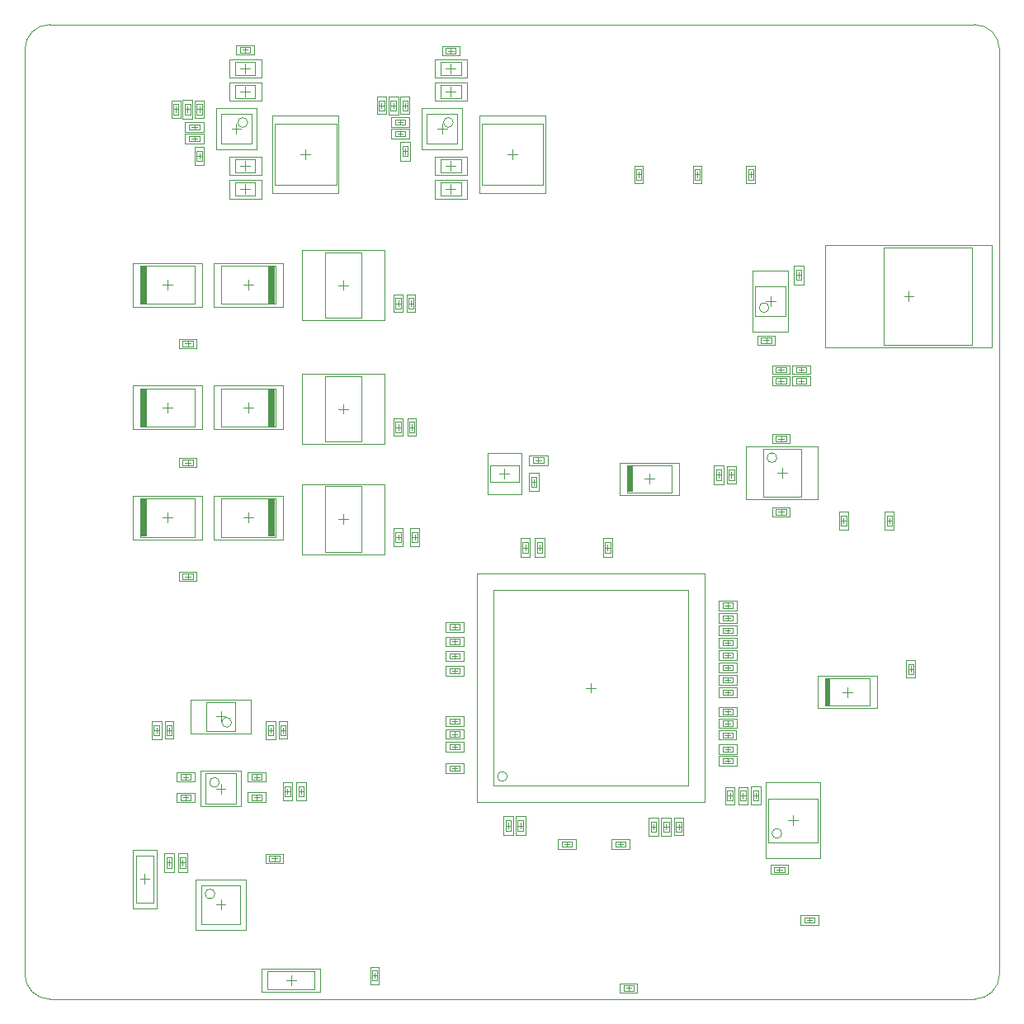
<source format=gbp>
G04 Layer_Color=128*
%FSLAX25Y25*%
%MOIN*%
G70*
G01*
G75*
%ADD59C,0.00394*%
%ADD60R,0.02960X0.15512*%
%ADD61R,0.02436X0.10984*%
%ADD62C,0.00197*%
D59*
X216371Y885827D02*
G03*
X206299Y875755I0J-10072D01*
G01*
Y502198D02*
G03*
X216371Y492126I10072J0D01*
G01*
X589928D02*
G03*
X600000Y502198I0J10072D01*
G01*
Y875830D02*
G03*
X590003Y885827I-9997J0D01*
G01*
X216371D02*
X218110D01*
X206299Y508268D02*
Y875755D01*
Y502198D02*
Y508268D01*
X216371Y492126D02*
X589928D01*
X600000Y502198D02*
Y874016D01*
Y875830D01*
X218110Y885827D02*
X590003D01*
X510039Y710827D02*
G03*
X510039Y710827I-1969J0D01*
G01*
X506890Y771457D02*
G03*
X506890Y771457I-1969J0D01*
G01*
X289764Y603937D02*
G03*
X289764Y603937I-1969J0D01*
G01*
X284842Y579724D02*
G03*
X284842Y579724I-1969J0D01*
G01*
X379331Y846260D02*
G03*
X379331Y846260I-1969J0D01*
G01*
X296260D02*
G03*
X296260Y846260I-1969J0D01*
G01*
X512106Y559055D02*
G03*
X512106Y559055I-1969J0D01*
G01*
X283071Y534646D02*
G03*
X283071Y534646I-1969J0D01*
G01*
X401142Y582067D02*
G03*
X401142Y582067I-1969J0D01*
G01*
X488091Y632185D02*
X492224D01*
X488091Y630020D02*
X492224D01*
X488091D02*
Y632185D01*
X492224Y630020D02*
Y632185D01*
X504528Y695079D02*
Y714370D01*
X519882Y695079D02*
Y714370D01*
X504528D02*
X519882D01*
X504528Y695079D02*
X519882D01*
X394094Y700984D02*
Y707677D01*
X405905Y700984D02*
Y707677D01*
X394094Y700984D02*
X405905D01*
X394094Y707677D02*
X405905D01*
X509744Y687894D02*
X513878D01*
X509744Y690059D02*
X513878D01*
Y687894D02*
Y690059D01*
X509744Y687894D02*
Y690059D01*
X556595Y683366D02*
Y687500D01*
X554429Y683366D02*
Y687500D01*
X556595D01*
X554429Y683366D02*
X556595D01*
X538091D02*
Y687500D01*
X535925Y683366D02*
Y687500D01*
X538091D01*
X535925Y683366D02*
X538091D01*
X492815Y701870D02*
Y706004D01*
X490650Y701870D02*
Y706004D01*
X492815D01*
X490650Y701870D02*
X492815D01*
X260531Y598721D02*
Y602854D01*
X258366Y598721D02*
Y602854D01*
X260531D01*
X258366Y598721D02*
X260531D01*
X444783Y555807D02*
X448917D01*
X444783Y553642D02*
X448917D01*
X444783D02*
Y555807D01*
X448917Y553642D02*
Y555807D01*
X423130Y553642D02*
X427264D01*
X423130Y555807D02*
X427264D01*
Y553642D02*
Y555807D01*
X423130Y553642D02*
Y555807D01*
X488091Y647146D02*
X492224D01*
X488091Y644980D02*
X492224D01*
X488091D02*
Y647146D01*
X492224Y644980D02*
Y647146D01*
X488091Y627198D02*
X492224D01*
X488091Y625033D02*
X492224D01*
X488091D02*
Y627198D01*
X492224Y625033D02*
Y627198D01*
X488091Y642159D02*
X492224D01*
X488091Y639993D02*
X492224D01*
X488091D02*
Y642159D01*
X492224Y639993D02*
Y642159D01*
X488091Y622211D02*
X492224D01*
X488091Y620046D02*
X492224D01*
X488091D02*
Y622211D01*
X492224Y620046D02*
Y622211D01*
X485532Y701870D02*
Y706004D01*
X487697Y701870D02*
Y706004D01*
X485532Y701870D02*
X487697D01*
X485532Y706004D02*
X487697D01*
X306594Y598721D02*
Y602854D01*
X304429Y598721D02*
Y602854D01*
X306594D01*
X304429Y598721D02*
X306594D01*
X297933Y574705D02*
X302067D01*
X297933Y572539D02*
X302067D01*
X297933D02*
Y574705D01*
X302067Y572539D02*
Y574705D01*
X297933Y580807D02*
X302067D01*
X297933Y582972D02*
X302067D01*
Y580807D02*
Y582972D01*
X297933Y580807D02*
Y582972D01*
X268996Y545177D02*
Y549311D01*
X271161Y545177D02*
Y549311D01*
X268996Y545177D02*
X271161D01*
X268996Y549311D02*
X271161D01*
X521161Y522933D02*
X525295D01*
X521161Y525098D02*
X525295D01*
Y522933D02*
Y525098D01*
X521161Y522933D02*
Y525098D01*
X488091Y652264D02*
X492224D01*
X488091Y650098D02*
X492224D01*
X488091D02*
Y652264D01*
X492224Y650098D02*
Y652264D01*
X377854Y629626D02*
X381988D01*
X377854Y631791D02*
X381988D01*
Y629626D02*
Y631791D01*
X377854Y629626D02*
Y631791D01*
X407342Y672461D02*
Y676594D01*
X409508Y672461D02*
Y676594D01*
X407342Y672461D02*
X409508D01*
X407342Y676594D02*
X409508D01*
X461319Y559744D02*
Y563878D01*
X459154Y559744D02*
Y563878D01*
X461319D01*
X459154Y559744D02*
X461319D01*
X377854Y603248D02*
X381988D01*
X377854Y605413D02*
X381988D01*
Y603248D02*
Y605413D01*
X377854Y603248D02*
Y605413D01*
X488091Y589468D02*
X492224D01*
X488091Y587303D02*
X492224D01*
X488091D02*
Y589468D01*
X492224Y587303D02*
Y589468D01*
X377854Y598130D02*
X381988D01*
X377854Y600295D02*
X381988D01*
Y598130D02*
Y600295D01*
X377854Y598130D02*
Y600295D01*
X265650Y545177D02*
Y549311D01*
X263484Y545177D02*
Y549311D01*
X265650D01*
X263484Y545177D02*
X265650D01*
X410827Y698917D02*
Y703051D01*
X412992Y698917D02*
Y703051D01*
X410827Y698917D02*
X412992D01*
X410827Y703051D02*
X412992D01*
X413248Y672461D02*
Y676594D01*
X415413Y672461D02*
Y676594D01*
X413248Y672461D02*
X415413D01*
X413248Y676594D02*
X415413D01*
X440650Y672461D02*
Y676594D01*
X442815Y672461D02*
Y676594D01*
X440650Y672461D02*
X442815D01*
X440650Y676594D02*
X442815D01*
X488091Y609350D02*
X492224D01*
X488091Y607185D02*
X492224D01*
X488091D02*
Y609350D01*
X492224Y607185D02*
Y609350D01*
X407579Y560138D02*
Y564272D01*
X405413Y560138D02*
Y564272D01*
X407579D01*
X405413Y560138D02*
X407579D01*
X488091Y617224D02*
X492224D01*
X488091Y615059D02*
X492224D01*
X488091D02*
Y617224D01*
X492224Y615059D02*
Y617224D01*
X377854Y623721D02*
X381988D01*
X377854Y625886D02*
X381988D01*
Y623721D02*
Y625886D01*
X377854Y623721D02*
Y625886D01*
Y641437D02*
X381988D01*
X377854Y643602D02*
X381988D01*
Y641437D02*
Y643602D01*
X377854Y641437D02*
Y643602D01*
X517815Y782579D02*
Y786713D01*
X519980Y782579D02*
Y786713D01*
X517815Y782579D02*
X519980D01*
X517815Y786713D02*
X519980D01*
X316831Y574016D02*
X318996D01*
X316831Y578150D02*
X318996D01*
X316831Y574016D02*
Y578150D01*
X318996Y574016D02*
Y578150D01*
X313484Y574016D02*
Y578150D01*
X311319Y574016D02*
Y578150D01*
X313484D01*
X311319Y574016D02*
X313484D01*
X377854Y593012D02*
X381988D01*
X377854Y595177D02*
X381988D01*
Y593012D02*
Y595177D01*
X377854Y593012D02*
Y595177D01*
Y584350D02*
X381988D01*
X377854Y586516D02*
X381988D01*
Y584350D02*
Y586516D01*
X377854Y584350D02*
Y586516D01*
X252776Y738858D02*
X274783D01*
X252776Y723347D02*
X274783D01*
X252776D02*
Y738858D01*
X274783Y723347D02*
Y738858D01*
X252776Y694370D02*
X274783D01*
X252776Y678858D02*
X274783D01*
X252776D02*
Y694370D01*
X274783Y678858D02*
Y694370D01*
X553150Y756299D02*
Y795669D01*
X588976Y756299D02*
Y795669D01*
X553150D02*
X588976D01*
X553150Y756299D02*
X588976D01*
X342165Y767362D02*
Y793740D01*
X327598Y767362D02*
Y793740D01*
Y767362D02*
X342165D01*
X327598Y793740D02*
X342165D01*
Y717362D02*
Y743740D01*
X327598Y717362D02*
Y743740D01*
Y717362D02*
X342165D01*
X327598Y743740D02*
X342165D01*
X503740Y759350D02*
X507874D01*
X503740Y757185D02*
X507874D01*
X503740D02*
Y759350D01*
X507874Y757185D02*
Y759350D01*
X517815Y745374D02*
X521949D01*
X517815Y747539D02*
X521949D01*
Y745374D02*
Y747539D01*
X517815Y745374D02*
Y747539D01*
X509646Y747539D02*
X513779D01*
X509646Y745374D02*
X513779D01*
X509646D02*
Y747539D01*
X513779Y745374D02*
Y747539D01*
X309547Y598721D02*
Y602854D01*
X311713Y598721D02*
Y602854D01*
X309547Y598721D02*
X311713D01*
X309547Y602854D02*
X311713D01*
X270020Y758012D02*
X274153D01*
X270020Y755847D02*
X274153D01*
X270020D02*
Y758012D01*
X274153Y755847D02*
Y758012D01*
X270020Y709980D02*
X274153D01*
X270020Y707815D02*
X274153D01*
X270020D02*
Y709980D01*
X274153Y707815D02*
Y709980D01*
X270020Y663917D02*
X274153D01*
X270020Y661752D02*
X274153D01*
X270020D02*
Y663917D01*
X274153Y661752D02*
Y663917D01*
X356004Y771161D02*
Y775295D01*
X358169Y771161D02*
Y775295D01*
X356004Y771161D02*
X358169D01*
X356004Y775295D02*
X358169D01*
X356004Y721161D02*
Y725295D01*
X358169Y721161D02*
Y725295D01*
X356004Y721161D02*
X358169D01*
X356004Y725295D02*
X358169D01*
X356004Y676673D02*
Y680807D01*
X358169Y676673D02*
Y680807D01*
X356004Y676673D02*
X358169D01*
X356004Y680807D02*
X358169D01*
X501378Y767913D02*
X513583D01*
X501378Y780118D02*
X513583D01*
X501378Y767913D02*
Y780118D01*
X513583Y767913D02*
Y780118D01*
X291339Y600394D02*
Y612205D01*
X279528Y600394D02*
Y612205D01*
Y600394D02*
X291339D01*
X279528Y612205D02*
X291339D01*
X285453Y772953D02*
X307461D01*
X285453Y788465D02*
X307461D01*
Y772953D02*
Y788465D01*
X285453Y772953D02*
Y788465D01*
Y723347D02*
X307461D01*
X285453Y738858D02*
X307461D01*
Y723347D02*
Y738858D01*
X285453Y723347D02*
Y738858D01*
Y678858D02*
X307461D01*
X285453Y694370D02*
X307461D01*
Y678858D02*
Y694370D01*
X285453Y678858D02*
Y694370D01*
X488091Y637172D02*
X492224D01*
X488091Y635007D02*
X492224D01*
X488091D02*
Y637172D01*
X492224Y635007D02*
Y637172D01*
X269193Y572539D02*
X273327D01*
X269193Y574705D02*
X273327D01*
Y572539D02*
Y574705D01*
X269193Y572539D02*
Y574705D01*
X251181Y531181D02*
X258268D01*
X251181Y550079D02*
X258268D01*
X251181Y531181D02*
Y550079D01*
X258268Y531181D02*
Y550079D01*
X449606Y696870D02*
X467717D01*
X449606Y707854D02*
X467717D01*
Y696870D02*
Y707854D01*
X449606Y696870D02*
Y707854D01*
X529429Y610650D02*
X547539D01*
X529429Y621634D02*
X547539D01*
Y610650D02*
Y621634D01*
X529429Y610650D02*
Y621634D01*
X252776Y788465D02*
X274783D01*
X252776Y772953D02*
X274783D01*
X252776D02*
Y788465D01*
X274783Y772953D02*
Y788465D01*
X500591Y823228D02*
Y827362D01*
X498425Y823228D02*
Y827362D01*
X500591D01*
X498425Y823228D02*
X500591D01*
X279331Y571063D02*
X291535D01*
X279331Y583268D02*
X291535D01*
Y571063D02*
Y583268D01*
X279331Y571063D02*
Y583268D01*
X565256Y623425D02*
Y627559D01*
X563091Y623425D02*
Y627559D01*
X565256D01*
X563091Y623425D02*
X565256D01*
X358760Y855217D02*
X360925D01*
X358760Y851083D02*
X360925D01*
Y855217D01*
X358760Y851083D02*
Y855217D01*
X354035Y851083D02*
X356201D01*
X354035Y855217D02*
X356201D01*
X354035Y851083D02*
Y855217D01*
X356201Y851083D02*
Y855217D01*
X349311Y851083D02*
X351476D01*
X349311Y855217D02*
X351476D01*
X349311Y851083D02*
Y855217D01*
X351476Y851083D02*
Y855217D01*
X390748Y821063D02*
Y845866D01*
X415551Y821063D02*
Y845866D01*
X390748Y821063D02*
X415551D01*
X390748Y845866D02*
X415551D01*
X374213Y816634D02*
X382480D01*
X374213Y821949D02*
X382480D01*
Y816634D02*
Y821949D01*
X374213Y816634D02*
Y821949D01*
X374213Y826083D02*
X382480D01*
X374213Y831398D02*
X382480D01*
Y826083D02*
Y831398D01*
X374213Y826083D02*
Y831398D01*
X358760Y832579D02*
X360925D01*
X358760Y836713D02*
X360925D01*
X358760Y832579D02*
Y836713D01*
X360925Y832579D02*
Y836713D01*
X368701Y849803D02*
X380906D01*
X368701Y837598D02*
X380906D01*
Y849803D01*
X368701Y837598D02*
Y849803D01*
X355807Y840650D02*
Y842815D01*
X359941Y840650D02*
Y842815D01*
X355807D02*
X359941D01*
X355807Y840650D02*
X359941D01*
X355807Y845374D02*
Y847539D01*
X359941Y845374D02*
Y847539D01*
X355807D02*
X359941D01*
X355807Y845374D02*
X359941D01*
X374213Y856004D02*
X382480D01*
X374213Y861319D02*
X382480D01*
Y856004D02*
Y861319D01*
X374213Y856004D02*
Y861319D01*
X376279Y874114D02*
Y876280D01*
X380413Y874114D02*
Y876280D01*
X376279D02*
X380413D01*
X376279Y874114D02*
X380413D01*
X285630Y837598D02*
Y849803D01*
X297835Y837598D02*
Y849803D01*
X285630Y837598D02*
X297835D01*
X285630Y849803D02*
X297835D01*
X307283Y821063D02*
Y845866D01*
X332087Y821063D02*
Y845866D01*
X307283Y821063D02*
X332087D01*
X307283Y845866D02*
X332087D01*
X275689Y853642D02*
X277854D01*
X275689Y849508D02*
X277854D01*
Y853642D01*
X275689Y849508D02*
Y853642D01*
X270965Y849508D02*
X273130D01*
X270965Y853642D02*
X273130D01*
X270965Y849508D02*
Y853642D01*
X273130Y849508D02*
Y853642D01*
X266240Y849508D02*
X268406D01*
X266240Y853642D02*
X268406D01*
X266240Y849508D02*
Y853642D01*
X268406Y849508D02*
Y853642D01*
X291142Y816634D02*
X299409D01*
X291142Y821949D02*
X299409D01*
Y816634D02*
Y821949D01*
X291142Y816634D02*
Y821949D01*
X291142Y826083D02*
X299410D01*
X291142Y831398D02*
X299410D01*
Y826083D02*
Y831398D01*
X291142Y826083D02*
Y831398D01*
X275689Y830610D02*
X277854D01*
X275689Y834744D02*
X277854D01*
X275689Y830610D02*
Y834744D01*
X277854Y830610D02*
Y834744D01*
X272736Y838681D02*
Y840847D01*
X276870Y838681D02*
Y840847D01*
X272736D02*
X276870D01*
X272736Y838681D02*
X276870D01*
X272736Y843406D02*
Y845571D01*
X276870Y843406D02*
Y845571D01*
X272736D02*
X276870D01*
X272736Y843406D02*
X276870D01*
X291142Y856004D02*
X299410D01*
X291142Y861319D02*
X299410D01*
Y856004D02*
Y861319D01*
X291142Y856004D02*
Y861319D01*
X291142Y865453D02*
X299409D01*
X291142Y870768D02*
X299409D01*
Y865453D02*
Y870768D01*
X291142Y865453D02*
Y870768D01*
X293209Y874508D02*
Y876673D01*
X297342Y874508D02*
Y876673D01*
X293209D02*
X297342D01*
X293209Y874508D02*
X297342D01*
X342165Y672874D02*
Y699252D01*
X327598Y672874D02*
Y699252D01*
Y672874D02*
X342165D01*
X327598Y699252D02*
X342165D01*
X374213Y865453D02*
X382480D01*
X374213Y870768D02*
X382480D01*
Y865453D02*
Y870768D01*
X374213Y865453D02*
Y870768D01*
X469390Y559744D02*
Y563878D01*
X471555Y559744D02*
Y563878D01*
X469390Y559744D02*
X471555D01*
X469390Y563878D02*
X471555D01*
X513091Y543405D02*
Y545571D01*
X508957Y543405D02*
Y545571D01*
Y543405D02*
X513091D01*
X508957Y545571D02*
X513091D01*
X526673Y555512D02*
Y573228D01*
X506595Y555512D02*
Y573228D01*
X526673D01*
X506595Y555512D02*
X526673D01*
X495276Y572244D02*
X497441D01*
X495276Y576378D02*
X497441D01*
X495276Y572244D02*
Y576378D01*
X497441Y572244D02*
Y576378D01*
X490059Y572244D02*
X492224D01*
X490059Y576378D02*
X492224D01*
X490059Y572244D02*
Y576378D01*
X492224Y572244D02*
Y576378D01*
X500492Y572342D02*
X502658D01*
X500492Y576476D02*
X502658D01*
X500492Y572342D02*
Y576476D01*
X502658Y572342D02*
Y576476D01*
X305020Y547894D02*
Y550059D01*
X309154Y547894D02*
Y550059D01*
X305020D02*
X309154D01*
X305020Y547894D02*
X309154D01*
X304331Y496161D02*
Y503248D01*
X323228Y496161D02*
Y503248D01*
X304331D02*
X323228D01*
X304331Y496161D02*
X323228D01*
X277559Y522441D02*
X293307D01*
X277559Y538189D02*
X293307D01*
Y522441D02*
Y538189D01*
X277559Y522441D02*
Y538189D01*
X348721Y499606D02*
Y503740D01*
X346555Y499606D02*
Y503740D01*
X348721D01*
X346555Y499606D02*
X348721D01*
X269193Y580807D02*
X273327D01*
X269193Y582972D02*
X273327D01*
Y580807D02*
Y582972D01*
X269193Y580807D02*
Y582972D01*
X265650Y598721D02*
Y602854D01*
X263484Y598721D02*
Y602854D01*
X265650D01*
X263484Y598721D02*
X265650D01*
X377854Y637697D02*
X381988D01*
X377854Y635532D02*
X381988D01*
X377854D02*
Y637697D01*
X381988Y635532D02*
Y637697D01*
X488091Y604626D02*
X492224D01*
X488091Y602461D02*
X492224D01*
X488091D02*
Y604626D01*
X492224Y602461D02*
Y604626D01*
X488189Y594095D02*
X492323D01*
X488189Y591929D02*
X492323D01*
X488189D02*
Y594095D01*
X492323Y591929D02*
Y594095D01*
X466437Y559744D02*
Y563878D01*
X464272Y559744D02*
Y563878D01*
X466437D01*
X464272Y559744D02*
X466437D01*
X488091Y597736D02*
X492224D01*
X488091Y599902D02*
X492224D01*
Y597736D02*
Y599902D01*
X488091Y597736D02*
Y599902D01*
X509744Y717421D02*
X513878D01*
X509744Y719587D02*
X513878D01*
Y717421D02*
Y719587D01*
X509744Y717421D02*
Y719587D01*
X517815Y740748D02*
Y742913D01*
X521949Y740748D02*
Y742913D01*
X517815D02*
X521949D01*
X517815Y740748D02*
X521949D01*
X513779Y740748D02*
Y742913D01*
X509646Y740748D02*
Y742913D01*
Y740748D02*
X513779D01*
X509646Y742913D02*
X513779D01*
X411614Y710925D02*
X415748D01*
X411614Y708760D02*
X415748D01*
X411614D02*
Y710925D01*
X415748Y708760D02*
Y710925D01*
X361122Y775295D02*
X363287D01*
X361122Y771161D02*
X363287D01*
Y775295D01*
X361122Y771161D02*
Y775295D01*
X362697Y680807D02*
X364862D01*
X362697Y676673D02*
X364862D01*
Y680807D01*
X362697Y676673D02*
Y680807D01*
X361516Y725295D02*
X363681D01*
X361516Y721161D02*
X363681D01*
Y725295D01*
X361516Y721161D02*
Y725295D01*
X400492Y560138D02*
X402658D01*
X400492Y564272D02*
X402658D01*
X400492Y560138D02*
Y564272D01*
X402658Y560138D02*
Y564272D01*
X448130Y495571D02*
X452264D01*
X448130Y497736D02*
X452264D01*
Y495571D02*
Y497736D01*
X448130Y495571D02*
Y497736D01*
X395630Y578524D02*
X474370D01*
X395630Y657264D02*
X474370D01*
X395630Y578524D02*
Y657264D01*
X474370Y578524D02*
Y657264D01*
X455315Y823228D02*
Y827362D01*
X453150Y823228D02*
Y827362D01*
X455315D01*
X453150Y823228D02*
X455315D01*
X478937D02*
Y827362D01*
X476772Y823228D02*
Y827362D01*
X478937D01*
X476772Y823228D02*
X478937D01*
X490158Y630020D02*
Y632185D01*
X489075Y631102D02*
X491240D01*
X510236Y704724D02*
X514173D01*
X512205Y702756D02*
Y706693D01*
X398031Y704331D02*
X401968D01*
X400000Y702362D02*
Y706299D01*
X511811Y687894D02*
Y690059D01*
X510728Y688976D02*
X512894D01*
X554429Y685433D02*
X556595D01*
X555512Y684350D02*
Y686516D01*
X535925Y685433D02*
X538091D01*
X537008Y684350D02*
Y686516D01*
X490650Y703937D02*
X492815D01*
X491732Y702854D02*
Y705020D01*
X258366Y600787D02*
X260531D01*
X259449Y599705D02*
Y601870D01*
X446850Y553642D02*
Y555807D01*
X445768Y554724D02*
X447933D01*
X425197Y553642D02*
Y555807D01*
X424114Y554724D02*
X426279D01*
X490158Y644980D02*
Y647146D01*
X489075Y646063D02*
X491240D01*
X490158Y625033D02*
Y627198D01*
X489075Y626116D02*
X491240D01*
X490158Y639993D02*
Y642159D01*
X489075Y641076D02*
X491240D01*
X490158Y620046D02*
Y622211D01*
X489075Y621129D02*
X491240D01*
X485532Y703937D02*
X487697D01*
X486614Y702854D02*
Y705020D01*
X304429Y600787D02*
X306594D01*
X305512Y599705D02*
Y601870D01*
X300000Y572539D02*
Y574705D01*
X298917Y573622D02*
X301083D01*
X300000Y580807D02*
Y582972D01*
X298917Y581890D02*
X301083D01*
X268996Y547244D02*
X271161D01*
X270079Y546161D02*
Y548327D01*
X523228Y522933D02*
Y525098D01*
X522146Y524016D02*
X524311D01*
X490158Y650098D02*
Y652264D01*
X489075Y651181D02*
X491240D01*
X379921Y629626D02*
Y631791D01*
X378839Y630709D02*
X381004D01*
X407342Y674528D02*
X409508D01*
X408425Y673445D02*
Y675610D01*
X459154Y561811D02*
X461319D01*
X460236Y560728D02*
Y562894D01*
X379921Y603248D02*
Y605413D01*
X378839Y604331D02*
X381004D01*
X490158Y587303D02*
Y589468D01*
X489075Y588386D02*
X491240D01*
X379921Y598130D02*
Y600295D01*
X378839Y599213D02*
X381004D01*
X263484Y547244D02*
X265650D01*
X264567Y546161D02*
Y548327D01*
X410827Y700984D02*
X412992D01*
X411909Y699902D02*
Y702067D01*
X413248Y674528D02*
X415413D01*
X414331Y673445D02*
Y675610D01*
X440650Y674528D02*
X442815D01*
X441732Y673445D02*
Y675610D01*
X490158Y607185D02*
Y609350D01*
X489075Y608268D02*
X491240D01*
X405413Y562205D02*
X407579D01*
X406496Y561122D02*
Y563287D01*
X490158Y615059D02*
Y617224D01*
X489075Y616142D02*
X491240D01*
X379921Y623721D02*
Y625886D01*
X378839Y624803D02*
X381004D01*
X379921Y641437D02*
Y643602D01*
X378839Y642520D02*
X381004D01*
X517815Y784646D02*
X519980D01*
X518898Y783563D02*
Y785728D01*
X317913Y575000D02*
Y577165D01*
X316831Y576083D02*
X318996D01*
X311319D02*
X313484D01*
X312402Y575000D02*
Y577165D01*
X379921Y593012D02*
Y595177D01*
X378839Y594095D02*
X381004D01*
X379921Y584350D02*
Y586516D01*
X378839Y585433D02*
X381004D01*
X263779Y729134D02*
Y733071D01*
X261811Y731102D02*
X265748D01*
X263779Y684646D02*
Y688583D01*
X261811Y686614D02*
X265748D01*
X561417Y775984D02*
X565354D01*
X563386Y774016D02*
Y777953D01*
X332913Y780551D02*
X336850D01*
X334882Y778583D02*
Y782520D01*
X332913Y730551D02*
X336850D01*
X334882Y728583D02*
Y732520D01*
X505807Y757185D02*
Y759350D01*
X504724Y758268D02*
X506890D01*
X519882Y745374D02*
Y747539D01*
X518799Y746457D02*
X520965D01*
X511713Y745374D02*
Y747539D01*
X510630Y746457D02*
X512795D01*
X309547Y600787D02*
X311713D01*
X310630Y599705D02*
Y601870D01*
X272087Y755847D02*
Y758012D01*
X271004Y756929D02*
X273169D01*
X272087Y707815D02*
Y709980D01*
X271004Y708898D02*
X273169D01*
X272087Y661752D02*
Y663917D01*
X271004Y662835D02*
X273169D01*
X356004Y773228D02*
X358169D01*
X357087Y772146D02*
Y774311D01*
X356004Y723228D02*
X358169D01*
X357087Y722146D02*
Y724311D01*
X356004Y678740D02*
X358169D01*
X357087Y677658D02*
Y679823D01*
X507480Y772047D02*
Y775984D01*
X505512Y774016D02*
X509449D01*
X283465Y606299D02*
X287402D01*
X285433Y604331D02*
Y608268D01*
X296457Y778740D02*
Y782677D01*
X294488Y780709D02*
X298425D01*
X296457Y729134D02*
Y733071D01*
X294488Y731102D02*
X298425D01*
X296457Y684646D02*
Y688583D01*
X294488Y686614D02*
X298425D01*
X490158Y635007D02*
Y637172D01*
X489075Y636089D02*
X491240D01*
X271260Y572539D02*
Y574705D01*
X270177Y573622D02*
X272342D01*
X254724Y538661D02*
Y542598D01*
X252756Y540630D02*
X256693D01*
X458661Y700394D02*
Y704331D01*
X456693Y702362D02*
X460630D01*
X538484Y614173D02*
Y618110D01*
X536516Y616142D02*
X540453D01*
X263779Y778740D02*
Y782677D01*
X261811Y780709D02*
X265748D01*
X498425Y825295D02*
X500591D01*
X499508Y824213D02*
Y826378D01*
X285433Y575197D02*
Y579134D01*
X283465Y577165D02*
X287402D01*
X563091Y625492D02*
X565256D01*
X564173Y624409D02*
Y626575D01*
X359842Y852067D02*
Y854232D01*
X358760Y853150D02*
X360925D01*
X355118Y852067D02*
Y854232D01*
X354035Y853150D02*
X356201D01*
X350394Y852067D02*
Y854232D01*
X349311Y853150D02*
X351476D01*
X401181Y833465D02*
X405118D01*
X403150Y831496D02*
Y835433D01*
X378346Y817323D02*
Y821260D01*
X376378Y819291D02*
X380315D01*
X378346Y826772D02*
Y830709D01*
X376378Y828740D02*
X380315D01*
X359842Y833563D02*
Y835728D01*
X358760Y834646D02*
X360925D01*
X374803Y841732D02*
Y845669D01*
X372835Y843701D02*
X376772D01*
X356791Y841732D02*
X358957D01*
X357874Y840650D02*
Y842815D01*
X356791Y846457D02*
X358957D01*
X357874Y845374D02*
Y847539D01*
X378346Y856693D02*
Y860630D01*
X376378Y858661D02*
X380315D01*
X377264Y875197D02*
X379429D01*
X378346Y874114D02*
Y876280D01*
X289764Y843701D02*
X293701D01*
X291732Y841732D02*
Y845669D01*
X317717Y833465D02*
X321654D01*
X319685Y831496D02*
Y835433D01*
X276772Y850492D02*
Y852658D01*
X275689Y851575D02*
X277854D01*
X272047Y850492D02*
Y852658D01*
X270965Y851575D02*
X273130D01*
X267323Y850492D02*
Y852658D01*
X266240Y851575D02*
X268406D01*
X295276Y817323D02*
Y821260D01*
X293307Y819291D02*
X297244D01*
X295276Y826772D02*
Y830709D01*
X293307Y828740D02*
X297244D01*
X276772Y831594D02*
Y833760D01*
X275689Y832677D02*
X277854D01*
X273721Y839764D02*
X275886D01*
X274803Y838681D02*
Y840847D01*
X273721Y844488D02*
X275886D01*
X274803Y843406D02*
Y845571D01*
X295276Y856693D02*
Y860630D01*
X293307Y858661D02*
X297244D01*
X295276Y866142D02*
Y870079D01*
X293307Y868110D02*
X297244D01*
X294193Y875591D02*
X296358D01*
X295276Y874508D02*
Y876673D01*
X332913Y686063D02*
X336850D01*
X334882Y684094D02*
Y688031D01*
X378346Y866142D02*
Y870079D01*
X376378Y868110D02*
X380315D01*
X469390Y561811D02*
X471555D01*
X470472Y560728D02*
Y562894D01*
X509941Y544488D02*
X512106D01*
X511024Y543405D02*
Y545571D01*
X514665Y564370D02*
X518602D01*
X516634Y562402D02*
Y566339D01*
X496358Y573228D02*
Y575394D01*
X495276Y574311D02*
X497441D01*
X491142Y573228D02*
Y575394D01*
X490059Y574311D02*
X492224D01*
X501575Y573327D02*
Y575492D01*
X500492Y574409D02*
X502658D01*
X306004Y548976D02*
X308169D01*
X307087Y547894D02*
Y550059D01*
X311811Y499705D02*
X315748D01*
X313779Y497736D02*
Y501673D01*
X285433Y528346D02*
Y532283D01*
X283465Y530315D02*
X287402D01*
X346555Y501673D02*
X348721D01*
X347638Y500591D02*
Y502756D01*
X271260Y580807D02*
Y582972D01*
X270177Y581890D02*
X272342D01*
X263484Y600787D02*
X265650D01*
X264567Y599705D02*
Y601870D01*
X379921Y635532D02*
Y637697D01*
X378839Y636614D02*
X381004D01*
X490158Y602461D02*
Y604626D01*
X489075Y603543D02*
X491240D01*
X490256Y591929D02*
Y594095D01*
X489173Y593012D02*
X491339D01*
X464272Y561811D02*
X466437D01*
X465354Y560728D02*
Y562894D01*
X490158Y597736D02*
Y599902D01*
X489075Y598819D02*
X491240D01*
X511811Y717421D02*
Y719587D01*
X510728Y718504D02*
X512894D01*
X518799Y741831D02*
X520965D01*
X519882Y740748D02*
Y742913D01*
X510630Y741831D02*
X512795D01*
X511713Y740748D02*
Y742913D01*
X413681Y708760D02*
Y710925D01*
X412598Y709842D02*
X414764D01*
X362205Y772146D02*
Y774311D01*
X361122Y773228D02*
X363287D01*
X363779Y677658D02*
Y679823D01*
X362697Y678740D02*
X364862D01*
X362598Y722146D02*
Y724311D01*
X361516Y723228D02*
X363681D01*
X401575Y561122D02*
Y563287D01*
X400492Y562205D02*
X402658D01*
X450197Y495571D02*
Y497736D01*
X449114Y496654D02*
X451279D01*
X435000Y615925D02*
Y619862D01*
X433032Y617894D02*
X436969D01*
X453150Y825295D02*
X455315D01*
X454232Y824213D02*
Y826378D01*
X476772Y825295D02*
X478937D01*
X477854Y824213D02*
Y826378D01*
D60*
X254256Y731102D02*
D03*
Y686614D02*
D03*
X305981Y780709D02*
D03*
X305981Y731102D02*
D03*
X305981Y686614D02*
D03*
X254256Y780709D02*
D03*
D61*
X450824Y702362D02*
D03*
X530647Y616142D02*
D03*
D62*
X486417Y633071D02*
X493898D01*
X486417Y629134D02*
X493898D01*
X486417D02*
Y633071D01*
X493898Y629134D02*
Y633071D01*
X497736Y694095D02*
Y715354D01*
X526673Y694095D02*
Y715354D01*
X497736D02*
X526673D01*
X497736Y694095D02*
X526673D01*
X393110Y696063D02*
Y712598D01*
X406890Y696063D02*
Y712598D01*
X393110Y696063D02*
X406890D01*
X393110Y712598D02*
X406890D01*
X508268Y687205D02*
X515354D01*
X508268Y690748D02*
X515354D01*
Y687205D02*
Y690748D01*
X508268Y687205D02*
Y690748D01*
X557283Y681890D02*
Y688976D01*
X553740Y681890D02*
Y688976D01*
X557283D01*
X553740Y681890D02*
X557283D01*
X538779D02*
Y688976D01*
X535236Y681890D02*
Y688976D01*
X538779D01*
X535236Y681890D02*
X538779D01*
X493504Y700394D02*
Y707480D01*
X489961Y700394D02*
Y707480D01*
X493504D01*
X489961Y700394D02*
X493504D01*
X261417Y597047D02*
Y604528D01*
X257480Y597047D02*
Y604528D01*
X261417D01*
X257480Y597047D02*
X261417D01*
X443110Y556693D02*
X450591D01*
X443110Y552756D02*
X450591D01*
X443110D02*
Y556693D01*
X450591Y552756D02*
Y556693D01*
X421457Y552756D02*
X428937D01*
X421457Y556693D02*
X428937D01*
Y552756D02*
Y556693D01*
X421457Y552756D02*
Y556693D01*
X486417Y648032D02*
X493898D01*
X486417Y644094D02*
X493898D01*
X486417D02*
Y648032D01*
X493898Y644094D02*
Y648032D01*
X486417Y628084D02*
X493898D01*
X486417Y624147D02*
X493898D01*
X486417D02*
Y628084D01*
X493898Y624147D02*
Y628084D01*
X486417Y643045D02*
X493898D01*
X486417Y639108D02*
X493898D01*
X486417D02*
Y643045D01*
X493898Y639108D02*
Y643045D01*
X486417Y623097D02*
X493898D01*
X486417Y619160D02*
X493898D01*
X486417D02*
Y623097D01*
X493898Y619160D02*
Y623097D01*
X484646Y700197D02*
Y707677D01*
X488583Y700197D02*
Y707677D01*
X484646Y700197D02*
X488583D01*
X484646Y707677D02*
X488583D01*
X307480Y597047D02*
Y604528D01*
X303543Y597047D02*
Y604528D01*
X307480D01*
X303543Y597047D02*
X307480D01*
X296260Y575591D02*
X303740D01*
X296260Y571654D02*
X303740D01*
X296260D02*
Y575591D01*
X303740Y571654D02*
Y575591D01*
X296260Y579921D02*
X303740D01*
X296260Y583858D02*
X303740D01*
Y579921D02*
Y583858D01*
X296260Y579921D02*
Y583858D01*
X268110Y543504D02*
Y550984D01*
X272047Y543504D02*
Y550984D01*
X268110Y543504D02*
X272047D01*
X268110Y550984D02*
X272047D01*
X519488Y522047D02*
X526968D01*
X519488Y525984D02*
X526968D01*
Y522047D02*
Y525984D01*
X519488Y522047D02*
Y525984D01*
X486417Y653150D02*
X493898D01*
X486417Y649213D02*
X493898D01*
X486417D02*
Y653150D01*
X493898Y649213D02*
Y653150D01*
X376181Y628740D02*
X383661D01*
X376181Y632677D02*
X383661D01*
Y628740D02*
Y632677D01*
X376181Y628740D02*
Y632677D01*
X406457Y670787D02*
Y678268D01*
X410394Y670787D02*
Y678268D01*
X406457Y670787D02*
X410394D01*
X406457Y678268D02*
X410394D01*
X462205Y558071D02*
Y565551D01*
X458268Y558071D02*
Y565551D01*
X462205D01*
X458268Y558071D02*
X462205D01*
X376181Y602362D02*
X383661D01*
X376181Y606299D02*
X383661D01*
Y602362D02*
Y606299D01*
X376181Y602362D02*
Y606299D01*
X486417Y590354D02*
X493898D01*
X486417Y586417D02*
X493898D01*
X486417D02*
Y590354D01*
X493898Y586417D02*
Y590354D01*
X376181Y597244D02*
X383661D01*
X376181Y601181D02*
X383661D01*
Y597244D02*
Y601181D01*
X376181Y597244D02*
Y601181D01*
X266535Y543504D02*
Y550984D01*
X262598Y543504D02*
Y550984D01*
X266535D01*
X262598Y543504D02*
X266535D01*
X409941Y697244D02*
Y704724D01*
X413878Y697244D02*
Y704724D01*
X409941Y697244D02*
X413878D01*
X409941Y704724D02*
X413878D01*
X412362Y670787D02*
Y678268D01*
X416299Y670787D02*
Y678268D01*
X412362Y670787D02*
X416299D01*
X412362Y678268D02*
X416299D01*
X439764Y670787D02*
Y678268D01*
X443701Y670787D02*
Y678268D01*
X439764Y670787D02*
X443701D01*
X439764Y678268D02*
X443701D01*
X486417Y610236D02*
X493898D01*
X486417Y606299D02*
X493898D01*
X486417D02*
Y610236D01*
X493898Y606299D02*
Y610236D01*
X408465Y558465D02*
Y565945D01*
X404528Y558465D02*
Y565945D01*
X408465D01*
X404528Y558465D02*
X408465D01*
X486417Y618110D02*
X493898D01*
X486417Y614173D02*
X493898D01*
X486417D02*
Y618110D01*
X493898Y614173D02*
Y618110D01*
X376181Y622835D02*
X383661D01*
X376181Y626772D02*
X383661D01*
Y622835D02*
Y626772D01*
X376181Y622835D02*
Y626772D01*
Y640551D02*
X383661D01*
X376181Y644488D02*
X383661D01*
Y640551D02*
Y644488D01*
X376181Y640551D02*
Y644488D01*
X516929Y780905D02*
Y788386D01*
X520866Y780905D02*
Y788386D01*
X516929Y780905D02*
X520866D01*
X516929Y788386D02*
X520866D01*
X315945Y572342D02*
X319882D01*
X315945Y579823D02*
X319882D01*
X315945Y572342D02*
Y579823D01*
X319882Y572342D02*
Y579823D01*
X314370Y572342D02*
Y579823D01*
X310433Y572342D02*
Y579823D01*
X314370D01*
X310433Y572342D02*
X314370D01*
X376181Y592126D02*
X383661D01*
X376181Y596063D02*
X383661D01*
Y592126D02*
Y596063D01*
X376181Y592126D02*
Y596063D01*
Y583465D02*
X383661D01*
X376181Y587402D02*
X383661D01*
Y583465D02*
Y587402D01*
X376181Y583465D02*
Y587402D01*
X249803Y739961D02*
X277756D01*
X249803Y722244D02*
X277756D01*
X249803D02*
Y739961D01*
X277756Y722244D02*
Y739961D01*
X249803Y695472D02*
X277756D01*
X249803Y677756D02*
X277756D01*
X249803D02*
Y695472D01*
X277756Y677756D02*
Y695472D01*
X529724Y755315D02*
Y796654D01*
X597047Y755315D02*
Y796654D01*
X529724D02*
X597047D01*
X529724Y755315D02*
X597047D01*
X351614Y766378D02*
Y794724D01*
X318150Y766378D02*
Y794724D01*
Y766378D02*
X351614D01*
X318150Y794724D02*
X351614D01*
Y716378D02*
Y744724D01*
X318150Y716378D02*
Y744724D01*
Y716378D02*
X351614D01*
X318150Y744724D02*
X351614D01*
X502264Y760039D02*
X509350D01*
X502264Y756496D02*
X509350D01*
X502264D02*
Y760039D01*
X509350Y756496D02*
Y760039D01*
X516339Y744685D02*
X523425D01*
X516339Y748228D02*
X523425D01*
Y744685D02*
Y748228D01*
X516339Y744685D02*
Y748228D01*
X508169Y748228D02*
X515256D01*
X508169Y744685D02*
X515256D01*
X508169D02*
Y748228D01*
X515256Y744685D02*
Y748228D01*
X308858Y597244D02*
Y604331D01*
X312402Y597244D02*
Y604331D01*
X308858Y597244D02*
X312402D01*
X308858Y604331D02*
X312402D01*
X268543Y758701D02*
X275630D01*
X268543Y755158D02*
X275630D01*
X268543D02*
Y758701D01*
X275630Y755158D02*
Y758701D01*
X268543Y710669D02*
X275630D01*
X268543Y707126D02*
X275630D01*
X268543D02*
Y710669D01*
X275630Y707126D02*
Y710669D01*
X268543Y664606D02*
X275630D01*
X268543Y661063D02*
X275630D01*
X268543D02*
Y664606D01*
X275630Y661063D02*
Y664606D01*
X355315Y769685D02*
Y776772D01*
X358858Y769685D02*
Y776772D01*
X355315Y769685D02*
X358858D01*
X355315Y776772D02*
X358858D01*
X355315Y719685D02*
Y726772D01*
X358858Y719685D02*
Y726772D01*
X355315Y719685D02*
X358858D01*
X355315Y726772D02*
X358858D01*
X355315Y675197D02*
Y682283D01*
X358858Y675197D02*
Y682283D01*
X355315Y675197D02*
X358858D01*
X355315Y682283D02*
X358858D01*
X500394Y761614D02*
X514567D01*
X500394Y786417D02*
X514567D01*
X500394Y761614D02*
Y786417D01*
X514567Y761614D02*
Y786417D01*
X297736Y599409D02*
Y613189D01*
X273130Y599409D02*
Y613189D01*
Y599409D02*
X297736D01*
X273130Y613189D02*
X297736D01*
X282480Y771850D02*
X310433D01*
X282480Y789567D02*
X310433D01*
Y771850D02*
Y789567D01*
X282480Y771850D02*
Y789567D01*
Y722244D02*
X310433D01*
X282480Y739961D02*
X310433D01*
Y722244D02*
Y739961D01*
X282480Y722244D02*
Y739961D01*
Y677756D02*
X310433D01*
X282480Y695472D02*
X310433D01*
Y677756D02*
Y695472D01*
X282480Y677756D02*
Y695472D01*
X486417Y638058D02*
X493898D01*
X486417Y634121D02*
X493898D01*
X486417D02*
Y638058D01*
X493898Y634121D02*
Y638058D01*
X267717Y571850D02*
X274803D01*
X267717Y575394D02*
X274803D01*
Y571850D02*
Y575394D01*
X267717Y571850D02*
Y575394D01*
X250000Y528819D02*
X259449D01*
X250000Y552441D02*
X259449D01*
X250000Y528819D02*
Y552441D01*
X259449Y528819D02*
Y552441D01*
X446654Y695866D02*
X470669D01*
X446654Y708858D02*
X470669D01*
Y695866D02*
Y708858D01*
X446654Y695866D02*
Y708858D01*
X526476Y609646D02*
X550492D01*
X526476Y622638D02*
X550492D01*
Y609646D02*
Y622638D01*
X526476Y609646D02*
Y622638D01*
X249803Y789567D02*
X277756D01*
X249803Y771850D02*
X277756D01*
X249803D02*
Y789567D01*
X277756Y771850D02*
Y789567D01*
X501279Y821752D02*
Y828839D01*
X497736Y821752D02*
Y828839D01*
X501279D01*
X497736Y821752D02*
X501279D01*
X277146Y570079D02*
X293721D01*
X277146Y584252D02*
X293721D01*
Y570079D02*
Y584252D01*
X277146Y570079D02*
Y584252D01*
X565945Y621949D02*
Y629035D01*
X562402Y621949D02*
Y629035D01*
X565945D01*
X562402Y621949D02*
X565945D01*
X358071Y856693D02*
X361614D01*
X358071Y849606D02*
X361614D01*
Y856693D01*
X358071Y849606D02*
Y856693D01*
X353150Y849409D02*
X357087D01*
X353150Y856890D02*
X357087D01*
X353150Y849409D02*
Y856890D01*
X357087Y849409D02*
Y856890D01*
X348622Y849606D02*
X352165D01*
X348622Y856693D02*
X352165D01*
X348622Y849606D02*
Y856693D01*
X352165Y849606D02*
Y856693D01*
X389764Y817815D02*
Y849114D01*
X416535Y817815D02*
Y849114D01*
X389764Y817815D02*
X416535D01*
X389764Y849114D02*
X416535D01*
X371850Y815551D02*
X384842D01*
X371850Y823032D02*
X384842D01*
Y815551D02*
Y823032D01*
X371850Y815551D02*
Y823032D01*
X371850Y825000D02*
X384842D01*
X371850Y832480D02*
X384842D01*
Y825000D02*
Y832480D01*
X371850Y825000D02*
Y832480D01*
X357874Y830906D02*
X361811D01*
X357874Y838386D02*
X361811D01*
X357874Y830906D02*
Y838386D01*
X361811Y830906D02*
Y838386D01*
X366535Y851968D02*
X383071D01*
X366535Y835433D02*
X383071D01*
Y851968D01*
X366535Y835433D02*
Y851968D01*
X354134Y839764D02*
Y843701D01*
X361614Y839764D02*
Y843701D01*
X354134D02*
X361614D01*
X354134Y839764D02*
X361614D01*
X354134Y844488D02*
Y848425D01*
X361614Y844488D02*
Y848425D01*
X354134D02*
X361614D01*
X354134Y844488D02*
X361614D01*
X371850Y854921D02*
X384842D01*
X371850Y862402D02*
X384842D01*
Y854921D02*
Y862402D01*
X371850Y854921D02*
Y862402D01*
X374803Y873425D02*
Y876968D01*
X381890Y873425D02*
Y876968D01*
X374803D02*
X381890D01*
X374803Y873425D02*
X381890D01*
X283465Y835433D02*
Y851968D01*
X300000Y835433D02*
Y851968D01*
X283465Y835433D02*
X300000D01*
X283465Y851968D02*
X300000D01*
X306299Y817815D02*
Y849114D01*
X333071Y817815D02*
Y849114D01*
X306299Y817815D02*
X333071D01*
X306299Y849114D02*
X333071D01*
X275000Y855118D02*
X278543D01*
X275000Y848032D02*
X278543D01*
Y855118D01*
X275000Y848032D02*
Y855118D01*
X270079Y847835D02*
X274016D01*
X270079Y855315D02*
X274016D01*
X270079Y847835D02*
Y855315D01*
X274016Y847835D02*
Y855315D01*
X265551Y848032D02*
X269094D01*
X265551Y855118D02*
X269094D01*
X265551Y848032D02*
Y855118D01*
X269094Y848032D02*
Y855118D01*
X288779Y815551D02*
X301772D01*
X288779Y823032D02*
X301772D01*
Y815551D02*
Y823032D01*
X288779Y815551D02*
Y823032D01*
X288779Y825000D02*
X301772D01*
X288779Y832480D02*
X301772D01*
Y825000D02*
Y832480D01*
X288779Y825000D02*
Y832480D01*
X274803Y828937D02*
X278740D01*
X274803Y836417D02*
X278740D01*
X274803Y828937D02*
Y836417D01*
X278740Y828937D02*
Y836417D01*
X271063Y837795D02*
Y841732D01*
X278543Y837795D02*
Y841732D01*
X271063D02*
X278543D01*
X271063Y837795D02*
X278543D01*
X271063Y842520D02*
Y846457D01*
X278543Y842520D02*
Y846457D01*
X271063D02*
X278543D01*
X271063Y842520D02*
X278543D01*
X288779Y854921D02*
X301772D01*
X288779Y862402D02*
X301772D01*
Y854921D02*
Y862402D01*
X288779Y854921D02*
Y862402D01*
X288779Y864370D02*
X301772D01*
X288779Y871850D02*
X301772D01*
Y864370D02*
Y871850D01*
X288779Y864370D02*
Y871850D01*
X291732Y873819D02*
Y877362D01*
X298819Y873819D02*
Y877362D01*
X291732D02*
X298819D01*
X291732Y873819D02*
X298819D01*
X351614Y671890D02*
Y700236D01*
X318150Y671890D02*
Y700236D01*
Y671890D02*
X351614D01*
X318150Y700236D02*
X351614D01*
X371850Y864370D02*
X384842D01*
X371850Y871850D02*
X384842D01*
Y864370D02*
Y871850D01*
X371850Y864370D02*
Y871850D01*
X468701Y558268D02*
Y565354D01*
X472244Y558268D02*
Y565354D01*
X468701Y558268D02*
X472244D01*
X468701Y565354D02*
X472244D01*
X514567Y542717D02*
Y546260D01*
X507480Y542717D02*
Y546260D01*
Y542717D02*
X514567D01*
X507480Y546260D02*
X514567D01*
X527658Y549016D02*
Y579724D01*
X505610Y549016D02*
Y579724D01*
X527658D01*
X505610Y549016D02*
X527658D01*
X494587Y570768D02*
X498130D01*
X494587Y577854D02*
X498130D01*
X494587Y570768D02*
Y577854D01*
X498130Y570768D02*
Y577854D01*
X489370Y570768D02*
X492913D01*
X489370Y577854D02*
X492913D01*
X489370Y570768D02*
Y577854D01*
X492913Y570768D02*
Y577854D01*
X499606Y570669D02*
X503543D01*
X499606Y578150D02*
X503543D01*
X499606Y570669D02*
Y578150D01*
X503543Y570669D02*
Y578150D01*
X303543Y547205D02*
Y550748D01*
X310630Y547205D02*
Y550748D01*
X303543D02*
X310630D01*
X303543Y547205D02*
X310630D01*
X301969Y494980D02*
Y504429D01*
X325590Y494980D02*
Y504429D01*
X301969D02*
X325590D01*
X301969Y494980D02*
X325590D01*
X275295Y520177D02*
X295571D01*
X275295Y540453D02*
X295571D01*
Y520177D02*
Y540453D01*
X275295Y520177D02*
Y540453D01*
X349410Y498130D02*
Y505217D01*
X345866Y498130D02*
Y505217D01*
X349410D01*
X345866Y498130D02*
X349410D01*
X267717Y580118D02*
X274803D01*
X267717Y583661D02*
X274803D01*
Y580118D02*
Y583661D01*
X267717Y580118D02*
Y583661D01*
X266339Y597244D02*
Y604331D01*
X262795Y597244D02*
Y604331D01*
X266339D01*
X262795Y597244D02*
X266339D01*
X376378Y638386D02*
X383465D01*
X376378Y634842D02*
X383465D01*
X376378D02*
Y638386D01*
X383465Y634842D02*
Y638386D01*
X486417Y605512D02*
X493898D01*
X486417Y601575D02*
X493898D01*
X486417D02*
Y605512D01*
X493898Y601575D02*
Y605512D01*
X486516Y594980D02*
X493996D01*
X486516Y591043D02*
X493996D01*
X486516D02*
Y594980D01*
X493996Y591043D02*
Y594980D01*
X467323Y558071D02*
Y565551D01*
X463386Y558071D02*
Y565551D01*
X467323D01*
X463386Y558071D02*
X467323D01*
X486614Y597047D02*
X493701D01*
X486614Y600591D02*
X493701D01*
Y597047D02*
Y600591D01*
X486614Y597047D02*
Y600591D01*
X508268Y716732D02*
X515354D01*
X508268Y720276D02*
X515354D01*
Y716732D02*
Y720276D01*
X508268Y716732D02*
Y720276D01*
X516339Y740059D02*
Y743602D01*
X523425Y740059D02*
Y743602D01*
X516339D02*
X523425D01*
X516339Y740059D02*
X523425D01*
X515256Y740059D02*
Y743602D01*
X508169Y740059D02*
Y743602D01*
Y740059D02*
X515256D01*
X508169Y743602D02*
X515256D01*
X409941Y711811D02*
X417421D01*
X409941Y707874D02*
X417421D01*
X409941D02*
Y711811D01*
X417421Y707874D02*
Y711811D01*
X360433Y776772D02*
X363976D01*
X360433Y769685D02*
X363976D01*
Y776772D01*
X360433Y769685D02*
Y776772D01*
X362008Y682283D02*
X365551D01*
X362008Y675197D02*
X365551D01*
Y682283D01*
X362008Y675197D02*
Y682283D01*
X360827Y726772D02*
X364370D01*
X360827Y719685D02*
X364370D01*
Y726772D01*
X360827Y719685D02*
Y726772D01*
X399606Y558465D02*
X403543D01*
X399606Y565945D02*
X403543D01*
X399606Y558465D02*
Y565945D01*
X403543Y558465D02*
Y565945D01*
X446654Y494882D02*
X453740D01*
X446654Y498425D02*
X453740D01*
Y494882D02*
Y498425D01*
X446654Y494882D02*
Y498425D01*
X388937Y571831D02*
X481063D01*
X388937Y663957D02*
X481063D01*
X388937Y571831D02*
Y663957D01*
X481063Y571831D02*
Y663957D01*
X456004Y821752D02*
Y828839D01*
X452461Y821752D02*
Y828839D01*
X456004D01*
X452461Y821752D02*
X456004D01*
X479626D02*
Y828839D01*
X476083Y821752D02*
Y828839D01*
X479626D01*
X476083Y821752D02*
X479626D01*
M02*

</source>
